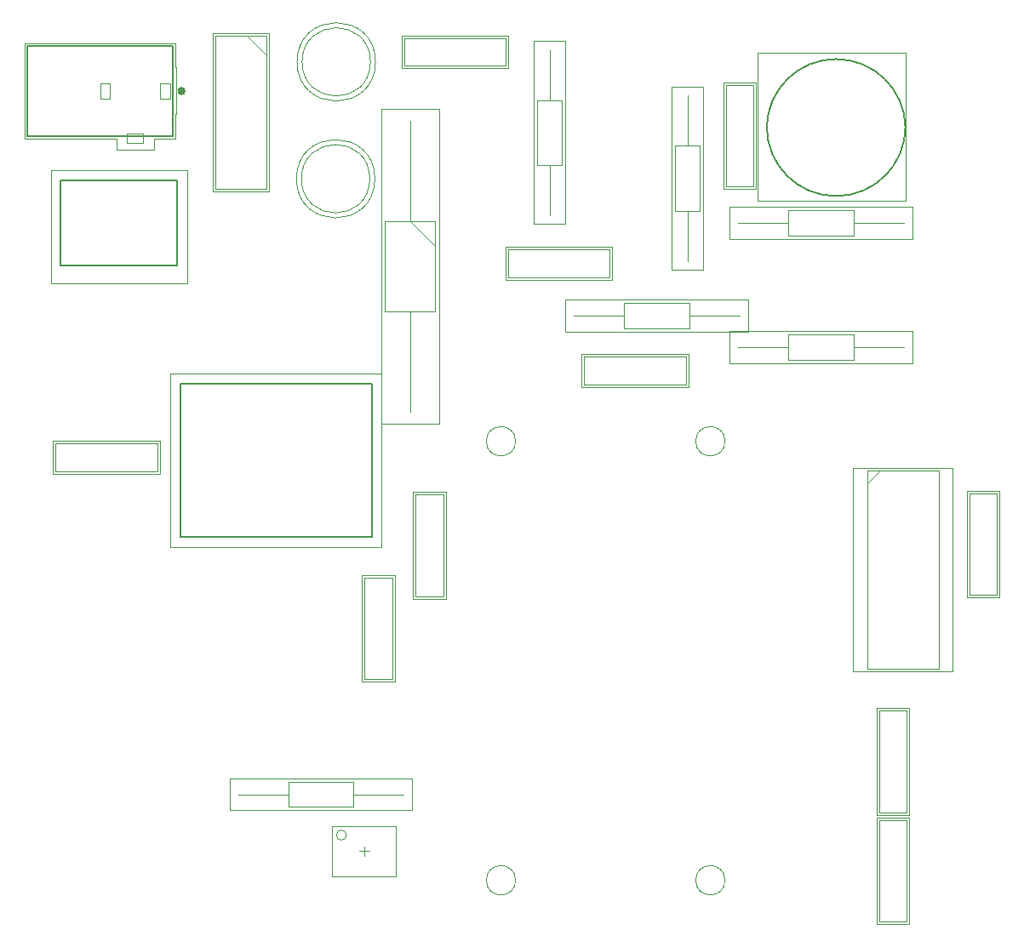
<source format=gko>
G04*
G04 #@! TF.GenerationSoftware,Altium Limited,Altium Designer,18.0.9 (584)*
G04*
G04 Layer_Color=16711935*
%FSLAX44Y44*%
%MOMM*%
G71*
G01*
G75*
%ADD10C,0.2000*%
%ADD11C,0.1000*%
%ADD14C,0.1270*%
%ADD15C,0.4000*%
%ADD18C,0.0001*%
%ADD19C,0.0500*%
%ADD69C,0.0508*%
D10*
X994720Y1150620D02*
G03*
X1132620Y1150620I68950J0D01*
G01*
D02*
G03*
X994720Y1150620I-68950J-1530D01*
G01*
X292520Y1012510D02*
Y1097510D01*
X408520D01*
Y1012510D02*
Y1097510D01*
X292520Y1012510D02*
X408520D01*
X601730Y742760D02*
Y894760D01*
X411730D02*
X601730D01*
X411730Y742760D02*
Y894760D01*
Y742760D02*
X601730D01*
D11*
X600500Y1215245D02*
G03*
X600500Y1215245I-34000J0D01*
G01*
X599875Y1098945D02*
G03*
X599875Y1098945I-34000J0D01*
G01*
X576630Y445760D02*
G03*
X576630Y445760I-5000J0D01*
G01*
X388370Y807990D02*
Y835390D01*
X287270Y807990D02*
X388370D01*
X287270D02*
Y835390D01*
X388370D01*
X1106540Y569710D02*
X1133940D01*
Y468610D02*
Y569710D01*
X1106540Y468610D02*
X1133940D01*
X1106540D02*
Y569710D01*
X813050Y894350D02*
Y921750D01*
X914150D01*
Y894350D02*
Y921750D01*
X813050Y894350D02*
X914150D01*
X594630Y600892D02*
X622030D01*
X594630D02*
Y701992D01*
X622030D01*
Y600892D02*
Y701992D01*
X735160Y1211670D02*
Y1239070D01*
X634060Y1211670D02*
X735160D01*
X634060D02*
Y1239070D01*
X735160D01*
X954040Y1192309D02*
X981440D01*
Y1091209D02*
Y1192309D01*
X954040Y1091209D02*
X981440D01*
X954040D02*
Y1192309D01*
X838255Y1001030D02*
Y1028430D01*
X737155Y1001030D02*
X838255D01*
X737155D02*
Y1028430D01*
X838255D01*
X1196184Y785680D02*
X1223584D01*
Y684580D02*
Y785680D01*
X1196184Y684580D02*
X1223584D01*
X1196184D02*
Y785680D01*
X1106440Y359660D02*
X1133840D01*
X1106440D02*
Y460760D01*
X1133840D01*
Y359660D02*
Y460760D01*
X645430Y683510D02*
X672830D01*
X645430D02*
Y784610D01*
X672830D01*
Y683510D02*
Y784610D01*
X1094420Y808380D02*
X1165520D01*
Y611480D02*
Y808380D01*
X1094420Y611480D02*
X1165520D01*
X1094420D02*
Y808380D01*
Y795680D02*
X1107120Y808380D01*
X496680Y1088645D02*
Y1241045D01*
X445880Y1088645D02*
X496680D01*
X445880D02*
Y1241045D01*
X496680D01*
X477430D02*
X496680Y1221795D01*
X640080Y866970D02*
Y966970D01*
Y1056970D02*
Y1156970D01*
Y1056970D02*
X665100Y1031950D01*
X615050Y1056970D02*
X665100D01*
X615050Y966970D02*
Y1056970D01*
Y966970D02*
X665100D01*
Y1056970D01*
X791090Y1112245D02*
Y1177245D01*
X766090Y1112245D02*
X791090D01*
X766090D02*
Y1177245D01*
X791090D01*
X778590D02*
Y1227245D01*
Y1062245D02*
Y1112245D01*
X903250Y1066734D02*
Y1131734D01*
X928250D01*
Y1066734D02*
Y1131734D01*
X903250Y1066734D02*
X928250D01*
X915750Y1016734D02*
Y1066734D01*
Y1131734D02*
Y1181734D01*
X518730Y473910D02*
X583730D01*
X518730D02*
Y498910D01*
X583730D01*
Y473910D02*
Y498910D01*
Y486410D02*
X633730D01*
X468730D02*
X518730D01*
X1016199Y943796D02*
X1081199D01*
Y918796D02*
Y943796D01*
X1016199Y918796D02*
X1081199D01*
X1016199D02*
Y943796D01*
X966199Y931296D02*
X1016199D01*
X1081199D02*
X1131199D01*
X1016199Y1067689D02*
X1081199D01*
Y1042689D02*
Y1067689D01*
X1016199Y1042689D02*
X1081199D01*
X1016199D02*
Y1067689D01*
X966199Y1055189D02*
X1016199D01*
X1081199D02*
X1131199D01*
X852640Y975160D02*
X917640D01*
Y950160D02*
Y975160D01*
X852640Y950160D02*
X917640D01*
X852640D02*
Y975160D01*
X802640Y962660D02*
X852640D01*
X917640D02*
X967640D01*
X562630Y404760D02*
X625630D01*
X562630Y454760D02*
X625630D01*
Y404760D02*
Y454760D01*
X562630Y404760D02*
Y454760D01*
X985380Y1076670D02*
X1133280D01*
Y1224570D01*
X985380D02*
X1133280D01*
X985380Y1076670D02*
Y1224570D01*
X282520Y994510D02*
Y1107510D01*
X418520D01*
Y994510D02*
Y1107510D01*
X282520Y994510D02*
X418520D01*
X611730Y732760D02*
Y904760D01*
X401730D02*
X611730D01*
X401730Y732760D02*
Y904760D01*
Y732760D02*
X611730D01*
X594130Y424760D02*
Y434760D01*
X589130Y429760D02*
X599130D01*
D14*
X259550Y1141180D02*
Y1231180D01*
X403550Y1141180D02*
Y1231180D01*
X259550D02*
X403550D01*
X259550Y1141180D02*
X403550D01*
X259550D02*
Y1231180D01*
X403550Y1141180D02*
Y1231180D01*
X259550D02*
X403550D01*
X259550Y1141180D02*
X403550D01*
X259550D02*
Y1231180D01*
X403550D01*
X385050Y1141180D02*
X403550D01*
Y1201680D02*
Y1231180D01*
X259550Y1141180D02*
X349050D01*
X403550D02*
Y1171680D01*
D15*
X414550Y1186180D02*
G03*
X414550Y1186180I-2000J0D01*
G01*
D18*
X358550Y1144180D02*
X374550D01*
X358550Y1134180D02*
Y1144180D01*
Y1134180D02*
X374550D01*
Y1144180D01*
X331550Y1178180D02*
Y1194180D01*
Y1178180D02*
X341550D01*
Y1194180D01*
X331550D02*
X341550D01*
X391550Y1178180D02*
Y1194180D01*
Y1178180D02*
X401550D01*
Y1194180D01*
X391550D02*
X401550D01*
D19*
X605500Y1215245D02*
G03*
X605500Y1215245I-39000J0D01*
G01*
X604875Y1098945D02*
G03*
X604875Y1098945I-39000J0D01*
G01*
X390870Y805490D02*
Y837890D01*
X284770Y805490D02*
X390870D01*
X284770D02*
Y837890D01*
X390870D01*
X1104040Y572210D02*
X1136440D01*
Y466110D02*
Y572210D01*
X1104040Y466110D02*
X1136440D01*
X1104040D02*
Y572210D01*
X810550Y891850D02*
Y924250D01*
X916650D01*
Y891850D02*
Y924250D01*
X810550Y891850D02*
X916650D01*
X592130Y598392D02*
X624530D01*
X592130D02*
Y704492D01*
X624530D01*
Y598392D02*
Y704492D01*
X737660Y1209170D02*
Y1241570D01*
X631560Y1209170D02*
X737660D01*
X631560D02*
Y1241570D01*
X737660D01*
X951540Y1194809D02*
X983940D01*
Y1088709D02*
Y1194809D01*
X951540Y1088709D02*
X983940D01*
X951540D02*
Y1194809D01*
X840755Y998530D02*
Y1030930D01*
X734655Y998530D02*
X840755D01*
X734655D02*
Y1030930D01*
X840755D01*
X1193684Y788180D02*
X1226084D01*
Y682080D02*
Y788180D01*
X1193684Y682080D02*
X1226084D01*
X1193684D02*
Y788180D01*
X1103940Y357160D02*
X1136340D01*
X1103940D02*
Y463260D01*
X1136340D01*
Y357160D02*
Y463260D01*
X642930Y681010D02*
X675330D01*
X642930D02*
Y787110D01*
X675330D01*
Y681010D02*
Y787110D01*
X1080370Y810880D02*
X1179570D01*
Y608980D02*
Y810880D01*
X1080370Y608980D02*
X1179570D01*
X1080370D02*
Y810880D01*
X499180Y1086145D02*
Y1243545D01*
X443380Y1086145D02*
X499180D01*
X443380D02*
Y1243545D01*
X499180D01*
X611550Y1168850D02*
X668600D01*
X611550Y855100D02*
Y1168850D01*
Y855100D02*
X668600D01*
Y1168850D01*
X794590Y1053745D02*
Y1235745D01*
X762590Y1053745D02*
X794590D01*
X762590D02*
Y1235745D01*
X794590D01*
X899750Y1008234D02*
Y1190234D01*
X931750D01*
Y1008234D02*
Y1190234D01*
X899750Y1008234D02*
X931750D01*
X460230Y470410D02*
X642230D01*
X460230D02*
Y502410D01*
X642230D01*
Y470410D02*
Y502410D01*
X957699Y947296D02*
X1139699D01*
Y915296D02*
Y947296D01*
X957699Y915296D02*
X1139699D01*
X957699D02*
Y947296D01*
Y1071189D02*
X1139699D01*
Y1039189D02*
Y1071189D01*
X957699Y1039189D02*
X1139699D01*
X957699D02*
Y1071189D01*
X794140Y978660D02*
X976140D01*
Y946660D02*
Y978660D01*
X794140Y946660D02*
X976140D01*
X794140D02*
Y978660D01*
X406050Y1209680D02*
X407050D01*
Y1163680D02*
Y1209680D01*
X406050Y1163680D02*
X407050D01*
X406050Y1138680D02*
Y1163680D01*
Y1209680D02*
Y1233680D01*
X256550D02*
X406050D01*
X256550Y1138680D02*
Y1233680D01*
Y1138680D02*
X348050D01*
Y1128180D02*
Y1138680D01*
Y1128180D02*
X385050D01*
Y1138680D01*
X406050D01*
D69*
X953215Y400870D02*
G03*
X953215Y400870I-14605J0D01*
G01*
X744935D02*
G03*
X744935Y400870I-14605J0D01*
G01*
X953215Y837750D02*
G03*
X953215Y837750I-14605J0D01*
G01*
X744935D02*
G03*
X744935Y837750I-14605J0D01*
G01*
M02*

</source>
